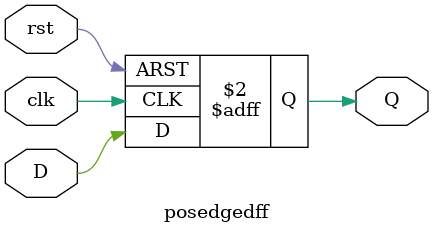
<source format=sv>
`default_nettype none
module posedgedff (
  //put your ports here
  input logic clk, rst, D,
  output logic Q
);
//your code starts here ...
  always_ff @(posedge clk, posedge rst) begin
    if (rst) begin 
      Q <= 1'd0; 
    end else if (clk) begin 
      Q <= D;
    end
  end

endmodule
</source>
